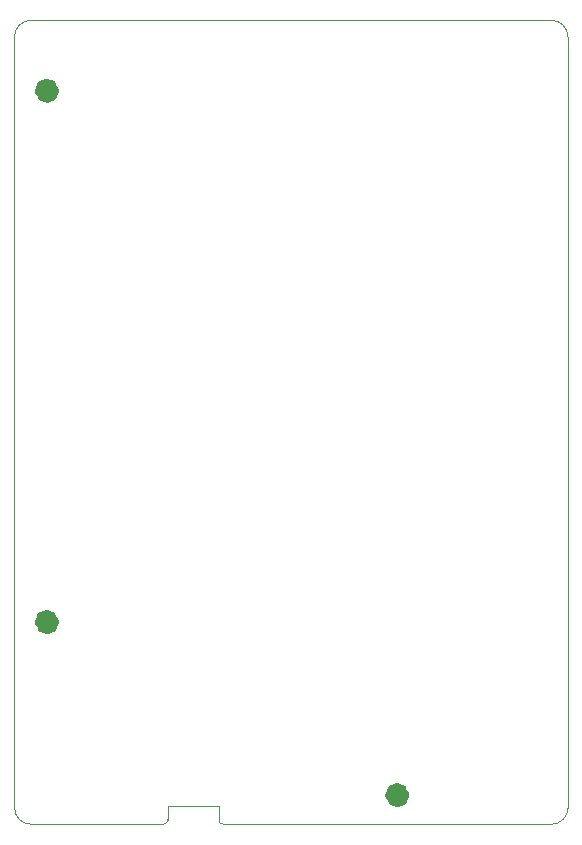
<source format=gm1>
G04 #@! TF.GenerationSoftware,KiCad,Pcbnew,(6.0.4)*
G04 #@! TF.CreationDate,2022-04-26T12:45:06+08:00*
G04 #@! TF.ProjectId,A133CoreDK,41313333-436f-4726-9544-4b2e6b696361,rev?*
G04 #@! TF.SameCoordinates,Original*
G04 #@! TF.FileFunction,Profile,NP*
%FSLAX46Y46*%
G04 Gerber Fmt 4.6, Leading zero omitted, Abs format (unit mm)*
G04 Created by KiCad (PCBNEW (6.0.4)) date 2022-04-26 12:45:06*
%MOMM*%
%LPD*%
G01*
G04 APERTURE LIST*
G04 #@! TA.AperFunction,Profile*
%ADD10C,0.100000*%
G04 #@! TD*
G04 #@! TA.AperFunction,Profile*
%ADD11C,1.050000*%
G04 #@! TD*
G04 APERTURE END LIST*
D10*
X136804400Y-124079000D02*
X136804400Y-125222000D01*
X123825000Y-58928000D02*
X123825000Y-124206000D01*
X136423400Y-125603000D02*
G75*
G03*
X136804400Y-125222000I0J381000D01*
G01*
X170688000Y-58928000D02*
G75*
G03*
X169291000Y-57531000I-1397000J0D01*
G01*
X125222000Y-57531000D02*
G75*
G03*
X123825000Y-58928000I0J-1397000D01*
G01*
X170688000Y-124206000D02*
X170688000Y-58928000D01*
X141122400Y-125222000D02*
G75*
G03*
X141503400Y-125603000I381000J0D01*
G01*
X169291000Y-57531000D02*
X125222000Y-57531000D01*
X169291000Y-125603000D02*
G75*
G03*
X170688000Y-124206000I0J1397000D01*
G01*
D11*
X127093200Y-63500000D02*
G75*
G03*
X127093200Y-63500000I-525000J0D01*
G01*
X156760400Y-123139200D02*
G75*
G03*
X156760400Y-123139200I-525000J0D01*
G01*
X127093200Y-108483400D02*
G75*
G03*
X127093200Y-108483400I-525000J0D01*
G01*
D10*
X136804400Y-124079000D02*
X141122400Y-124079000D01*
X123825000Y-124206000D02*
G75*
G03*
X125222000Y-125603000I1397000J0D01*
G01*
X136423400Y-125603000D02*
X125222000Y-125603000D01*
X141122400Y-125222000D02*
X141122400Y-124079000D01*
X141503400Y-125603000D02*
X169291000Y-125603000D01*
M02*

</source>
